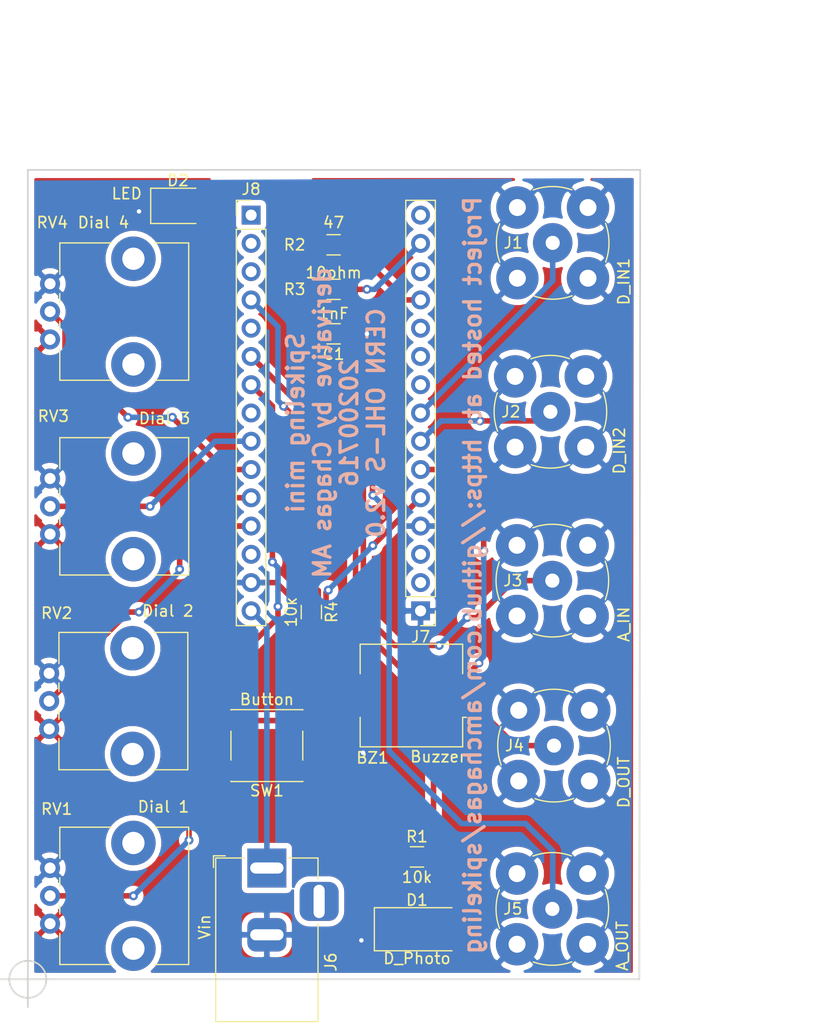
<source format=kicad_pcb>
(kicad_pcb (version 20171130) (host pcbnew 5.1.6-c6e7f7d~87~ubuntu20.04.1)
  (layers (0 F.Cu signal) (31 B.Cu signal) (34 B.Paste user) (35 F.Paste user) (36 B.SilkS user) (37 F.SilkS user) (38 B.Mask user) (39 F.Mask user) (44 Edge.Cuts user))
  (net 0 "")
  (net 1 GND)
  (net 2 "Net-(C1-Pad2)")
  (net 3 "Net-(D2-Pad2)")
  (net 4 +5V)
  (net 5 D_out)
  (net 6 photodiode)
  (net 7 D_in1)
  (net 8 D_in2)
  (net 9 A_in)
  (net 10 Vin)
  (net 11 "Net-(J7-Pad15)")
  (net 12 A_out)
  (net 13 "Net-(J7-Pad13)")
  (net 14 LED)
  (net 15 "Net-(J7-Pad11)")
  (net 16 "Net-(J7-Pad10)")
  (net 17 "Net-(J7-Pad9)")
  (net 18 push_button)
  (net 19 "Net-(J7-Pad3)")
  (net 20 "Net-(J7-Pad2)")
  (net 21 "Net-(J8-Pad13)")
  (net 22 RV2)
  (net 23 RV4)
  (net 24 RV3)
  (net 25 "Net-(J8-Pad8)")
  (net 26 RV1)
  (net 27 "Net-(J8-Pad5)")
  (net 28 "Net-(J8-Pad3)")
  (net 29 "Net-(J8-Pad2)")
  (net 30 "Net-(J8-Pad1)")
  (module LED_SMD:LED_1210_3225Metric_Pad1.42x2.65mm_HandSolder (layer F.Cu) (at 154.0125 52)
    (fp_text reference D2 (at 0 -2.28) (layer F.SilkS))
    (fp_text value LED (at -4.6125 -1.1) (layer F.SilkS))
    (fp_line (start 1.6 -1.585) (end -2.46 -1.585) (layer F.SilkS) (width 0.12))
    (fp_line (start -2.46 -1.585) (end -2.46 1.585) (layer F.SilkS) (width 0.12))
    (fp_line (start -2.46 1.585) (end 1.6 1.585) (layer F.SilkS) (width 0.12))
    (pad 1 smd roundrect (at -1.4875 0) (size 1.425 2.65) (layers F.Cu F.Paste F.Mask) (roundrect_rratio 0.175439) (net 1 GND))
    (pad 2 smd roundrect (at 1.4875 0) (size 1.425 2.65) (layers F.Cu F.Paste F.Mask) (roundrect_rratio 0.175439) (net 3 "Net-(D2-Pad2)"))
  )
  (module Connector_Coaxial:BNC_TEConnectivity_1478204_Vertical (layer F.Cu) (at 187.675 85.675)
    (fp_text reference J3 (at -3.556 0) (layer F.SilkS))
    (fp_text value A_IN (at 6.425 3.925 90) (layer F.SilkS))
    (fp_arc (start 0 0) (end -4.75 1.75) (angle 40) (layer F.SilkS) (width 0.12))
    (fp_arc (start 0 0) (end 1.75 4.75) (angle 40) (layer F.SilkS) (width 0.12))
    (fp_arc (start 0 0) (end 4.75 -1.75) (angle 40) (layer F.SilkS) (width 0.12))
    (fp_arc (start 0 0) (end -1.75 -4.75) (angle 40) (layer F.SilkS) (width 0.12))
    (pad 2 thru_hole circle (at -3.175 -3.175) (size 3.81 3.81) (drill 1.524) (layers *.Cu *.Mask) (net 1 GND))
    (pad 1 thru_hole circle (at 0 0) (size 3.556 3.556) (drill 1.27) (layers *.Cu *.Mask) (net 9 A_in))
    (pad 2 thru_hole circle (at 3.175 -3.175) (size 3.81 3.81) (drill 1.524) (layers *.Cu *.Mask) (net 1 GND))
    (pad 2 thru_hole circle (at -3.175 3.175) (size 3.81 3.81) (drill 1.524) (layers *.Cu *.Mask) (net 1 GND))
    (pad 2 thru_hole circle (at 3.175 3.175) (size 3.81 3.81) (drill 1.524) (layers *.Cu *.Mask) (net 1 GND))
  )
  (module Resistor_SMD:R_1206_3216Metric_Pad1.42x1.75mm_HandSolder (layer F.Cu) (at 175.5 110.5)
    (fp_text reference R1 (at 0 -1.82) (layer F.SilkS))
    (fp_text value 10k (at 0 1.82) (layer F.SilkS))
    (fp_line (start -0.602064 0.91) (end 0.602064 0.91) (layer F.SilkS) (width 0.12))
    (fp_line (start -0.602064 -0.91) (end 0.602064 -0.91) (layer F.SilkS) (width 0.12))
    (pad 2 smd roundrect (at 1.4875 0) (size 1.425 1.75) (layers F.Cu F.Paste F.Mask) (roundrect_rratio 0.175439) (net 6 photodiode))
    (pad 1 smd roundrect (at -1.4875 0) (size 1.425 1.75) (layers F.Cu F.Paste F.Mask) (roundrect_rratio 0.175439) (net 1 GND))
  )
  (module Capacitor_SMD:C_1206_3216Metric_Pad1.42x1.75mm_HandSolder (layer F.Cu) (at 168 63.5 180)
    (fp_text reference C1 (at 0 -1.82) (layer F.SilkS))
    (fp_text value 1nF (at 0 1.82) (layer F.SilkS))
    (fp_line (start -0.602064 0.91) (end 0.602064 0.91) (layer F.SilkS) (width 0.12))
    (fp_line (start -0.602064 -0.91) (end 0.602064 -0.91) (layer F.SilkS) (width 0.12))
    (pad 2 smd roundrect (at 1.4875 0 180) (size 1.425 1.75) (layers F.Cu F.Paste F.Mask) (roundrect_rratio 0.175439) (net 2 "Net-(C1-Pad2)"))
    (pad 1 smd roundrect (at -1.4875 0 180) (size 1.425 1.75) (layers F.Cu F.Paste F.Mask) (roundrect_rratio 0.175439) (net 1 GND))
  )
  (module Resistor_SMD:R_1206_3216Metric_Pad1.42x1.75mm_HandSolder (layer F.Cu) (at 166 88.5 270)
    (fp_text reference R4 (at 0 -1.82 90) (layer F.SilkS))
    (fp_text value 10k (at 0 1.82 90) (layer F.SilkS))
    (fp_line (start -0.602064 0.91) (end 0.602064 0.91) (layer F.SilkS) (width 0.12))
    (fp_line (start -0.602064 -0.91) (end 0.602064 -0.91) (layer F.SilkS) (width 0.12))
    (pad 2 smd roundrect (at 1.4875 0 270) (size 1.425 1.75) (layers F.Cu F.Paste F.Mask) (roundrect_rratio 0.175439) (net 18 push_button))
    (pad 1 smd roundrect (at -1.4875 0 270) (size 1.425 1.75) (layers F.Cu F.Paste F.Mask) (roundrect_rratio 0.175439) (net 1 GND))
  )
  (module Resistor_SMD:R_1206_3216Metric_Pad1.42x1.75mm_HandSolder (layer F.Cu) (at 168 59.5)
    (fp_text reference R3 (at -3.5 0) (layer F.SilkS))
    (fp_text value 10ohm (at 0 -1.5) (layer F.SilkS))
    (fp_line (start -0.602064 0.91) (end 0.602064 0.91) (layer F.SilkS) (width 0.12))
    (fp_line (start -0.602064 -0.91) (end 0.602064 -0.91) (layer F.SilkS) (width 0.12))
    (pad 2 smd roundrect (at 1.4875 0) (size 1.425 1.75) (layers F.Cu F.Paste F.Mask) (roundrect_rratio 0.175439) (net 12 A_out))
    (pad 1 smd roundrect (at -1.4875 0) (size 1.425 1.75) (layers F.Cu F.Paste F.Mask) (roundrect_rratio 0.175439) (net 2 "Net-(C1-Pad2)"))
  )
  (module Resistor_SMD:R_1206_3216Metric_Pad1.42x1.75mm_HandSolder (layer F.Cu) (at 168 55.5)
    (fp_text reference R2 (at -3.5 0) (layer F.SilkS))
    (fp_text value 47 (at 0 -2) (layer F.SilkS))
    (fp_line (start -0.602064 0.91) (end 0.602064 0.91) (layer F.SilkS) (width 0.12))
    (fp_line (start -0.602064 -0.91) (end 0.602064 -0.91) (layer F.SilkS) (width 0.12))
    (pad 2 smd roundrect (at 1.4875 0) (size 1.425 1.75) (layers F.Cu F.Paste F.Mask) (roundrect_rratio 0.175439) (net 14 LED))
    (pad 1 smd roundrect (at -1.4875 0) (size 1.425 1.75) (layers F.Cu F.Paste F.Mask) (roundrect_rratio 0.175439) (net 3 "Net-(D2-Pad2)"))
  )
  (module Connector_PinHeader_2.54mm:PinHeader_1x15_P2.54mm_Vertical (layer F.Cu) (at 160.584 52.832)
    (fp_text reference J8 (at 0 -2.33) (layer F.SilkS))
    (fp_text value Arduino16-30)
    (fp_line (start -1.33 -1.33) (end 0 -1.33) (layer F.SilkS) (width 0.12))
    (fp_line (start -1.33 0) (end -1.33 -1.33) (layer F.SilkS) (width 0.12))
    (fp_line (start -1.33 1.27) (end 1.33 1.27) (layer F.SilkS) (width 0.12))
    (fp_line (start 1.33 1.27) (end 1.33 36.89) (layer F.SilkS) (width 0.12))
    (fp_line (start -1.33 1.27) (end -1.33 36.89) (layer F.SilkS) (width 0.12))
    (fp_line (start -1.33 36.89) (end 1.33 36.89) (layer F.SilkS) (width 0.12))
    (pad 15 thru_hole oval (at 0 35.56) (size 1.7 1.7) (drill 1) (layers *.Cu *.Mask) (net 10 Vin))
    (pad 14 thru_hole oval (at 0 33.02) (size 1.7 1.7) (drill 1) (layers *.Cu *.Mask) (net 1 GND))
    (pad 13 thru_hole oval (at 0 30.48) (size 1.7 1.7) (drill 1) (layers *.Cu *.Mask) (net 21 "Net-(J8-Pad13)"))
    (pad 12 thru_hole oval (at 0 27.94) (size 1.7 1.7) (drill 1) (layers *.Cu *.Mask) (net 4 +5V))
    (pad 11 thru_hole oval (at 0 25.4) (size 1.7 1.7) (drill 1) (layers *.Cu *.Mask) (net 22 RV2))
    (pad 10 thru_hole oval (at 0 22.86) (size 1.7 1.7) (drill 1) (layers *.Cu *.Mask) (net 23 RV4))
    (pad 9 thru_hole oval (at 0 20.32) (size 1.7 1.7) (drill 1) (layers *.Cu *.Mask) (net 24 RV3))
    (pad 8 thru_hole oval (at 0 17.78) (size 1.7 1.7) (drill 1) (layers *.Cu *.Mask) (net 25 "Net-(J8-Pad8)"))
    (pad 7 thru_hole oval (at 0 15.24) (size 1.7 1.7) (drill 1) (layers *.Cu *.Mask) (net 26 RV1))
    (pad 6 thru_hole oval (at 0 12.7) (size 1.7 1.7) (drill 1) (layers *.Cu *.Mask) (net 9 A_in))
    (pad 5 thru_hole oval (at 0 10.16) (size 1.7 1.7) (drill 1) (layers *.Cu *.Mask) (net 27 "Net-(J8-Pad5)"))
    (pad 4 thru_hole oval (at 0 7.62) (size 1.7 1.7) (drill 1) (layers *.Cu *.Mask) (net 6 photodiode))
    (pad 3 thru_hole oval (at 0 5.08) (size 1.7 1.7) (drill 1) (layers *.Cu *.Mask) (net 28 "Net-(J8-Pad3)"))
    (pad 2 thru_hole oval (at 0 2.54) (size 1.7 1.7) (drill 1) (layers *.Cu *.Mask) (net 29 "Net-(J8-Pad2)"))
    (pad 1 thru_hole rect (at 0 0) (size 1.7 1.7) (drill 1) (layers *.Cu *.Mask) (net 30 "Net-(J8-Pad1)"))
  )
  (module Connector_PinHeader_2.54mm:PinHeader_1x15_P2.54mm_Vertical (layer F.Cu) (at 175.824 88.392 180)
    (fp_text reference J7 (at 0 -2.33) (layer F.SilkS))
    (fp_text value Arduino1-15)
    (fp_line (start -1.33 -1.33) (end 0 -1.33) (layer F.SilkS) (width 0.12))
    (fp_line (start -1.33 0) (end -1.33 -1.33) (layer F.SilkS) (width 0.12))
    (fp_line (start -1.33 1.27) (end 1.33 1.27) (layer F.SilkS) (width 0.12))
    (fp_line (start 1.33 1.27) (end 1.33 36.89) (layer F.SilkS) (width 0.12))
    (fp_line (start -1.33 1.27) (end -1.33 36.89) (layer F.SilkS) (width 0.12))
    (fp_line (start -1.33 36.89) (end 1.33 36.89) (layer F.SilkS) (width 0.12))
    (pad 15 thru_hole oval (at 0 35.56 180) (size 1.7 1.7) (drill 1) (layers *.Cu *.Mask) (net 11 "Net-(J7-Pad15)"))
    (pad 14 thru_hole oval (at 0 33.02 180) (size 1.7 1.7) (drill 1) (layers *.Cu *.Mask) (net 12 A_out))
    (pad 13 thru_hole oval (at 0 30.48 180) (size 1.7 1.7) (drill 1) (layers *.Cu *.Mask) (net 13 "Net-(J7-Pad13)"))
    (pad 12 thru_hole oval (at 0 27.94 180) (size 1.7 1.7) (drill 1) (layers *.Cu *.Mask) (net 14 LED))
    (pad 11 thru_hole oval (at 0 25.4 180) (size 1.7 1.7) (drill 1) (layers *.Cu *.Mask) (net 15 "Net-(J7-Pad11)"))
    (pad 10 thru_hole oval (at 0 22.86 180) (size 1.7 1.7) (drill 1) (layers *.Cu *.Mask) (net 16 "Net-(J7-Pad10)"))
    (pad 9 thru_hole oval (at 0 20.32 180) (size 1.7 1.7) (drill 1) (layers *.Cu *.Mask) (net 17 "Net-(J7-Pad9)"))
    (pad 8 thru_hole oval (at 0 17.78 180) (size 1.7 1.7) (drill 1) (layers *.Cu *.Mask) (net 7 D_in1))
    (pad 7 thru_hole oval (at 0 15.24 180) (size 1.7 1.7) (drill 1) (layers *.Cu *.Mask) (net 8 D_in2))
    (pad 6 thru_hole oval (at 0 12.7 180) (size 1.7 1.7) (drill 1) (layers *.Cu *.Mask) (net 5 D_out))
    (pad 5 thru_hole oval (at 0 10.16 180) (size 1.7 1.7) (drill 1) (layers *.Cu *.Mask) (net 18 push_button))
    (pad 4 thru_hole oval (at 0 7.62 180) (size 1.7 1.7) (drill 1) (layers *.Cu *.Mask) (net 1 GND))
    (pad 3 thru_hole oval (at 0 5.08 180) (size 1.7 1.7) (drill 1) (layers *.Cu *.Mask) (net 19 "Net-(J7-Pad3)"))
    (pad 2 thru_hole oval (at 0 2.54 180) (size 1.7 1.7) (drill 1) (layers *.Cu *.Mask) (net 20 "Net-(J7-Pad2)"))
    (pad 1 thru_hole rect (at 0 0 180) (size 1.7 1.7) (drill 1) (layers *.Cu *.Mask) (net 1 GND))
  )
  (module Potentiometer_THT:Potentiometer_Alps_RK09L_Single_Vertical (layer F.Cu) (at 142.422 99)
    (fp_text reference RV2 (at 0.678 -10.4 180) (layer F.SilkS))
    (fp_text value "Dial 2" (at 10.678 -10.6 180) (layer F.SilkS))
    (fp_line (start 12.47 -8.67) (end 12.47 3.67) (layer F.SilkS) (width 0.12))
    (fp_line (start 0.88 0.87) (end 0.88 3.67) (layer F.SilkS) (width 0.12))
    (fp_line (start 0.88 -1.629) (end 0.88 -0.87) (layer F.SilkS) (width 0.12))
    (fp_line (start 0.88 -4.129) (end 0.88 -3.37) (layer F.SilkS) (width 0.12))
    (fp_line (start 0.88 -8.67) (end 0.88 -5.871) (layer F.SilkS) (width 0.12))
    (fp_line (start 9.455 3.67) (end 12.47 3.67) (layer F.SilkS) (width 0.12))
    (fp_line (start 0.88 3.67) (end 5.546 3.67) (layer F.SilkS) (width 0.12))
    (fp_line (start 9.455 -8.67) (end 12.47 -8.67) (layer F.SilkS) (width 0.12))
    (fp_line (start 0.88 -8.67) (end 5.546 -8.67) (layer F.SilkS) (width 0.12))
    (pad "" np_thru_hole circle (at 7.5 2.25) (size 4 4) (drill 2) (layers *.Cu *.Mask))
    (pad "" np_thru_hole circle (at 7.5 -7.25) (size 4 4) (drill 2) (layers *.Cu *.Mask))
    (pad 1 thru_hole circle (at 0 0) (size 1.8 1.8) (drill 1) (layers *.Cu *.Mask) (net 4 +5V))
    (pad 2 thru_hole circle (at 0 -2.5) (size 1.8 1.8) (drill 1) (layers *.Cu *.Mask) (net 22 RV2))
    (pad 3 thru_hole circle (at 0 -5) (size 1.8 1.8) (drill 1) (layers *.Cu *.Mask) (net 1 GND))
  )
  (module Potentiometer_THT:Potentiometer_Alps_RK09L_Single_Vertical (layer F.Cu) (at 142.5 81.5)
    (fp_text reference RV3 (at 0.3 -10.6 180) (layer F.SilkS))
    (fp_text value "Dial 3" (at 10.3 -10.4 180) (layer F.SilkS))
    (fp_line (start 0.88 -8.67) (end 5.546 -8.67) (layer F.SilkS) (width 0.12))
    (fp_line (start 9.455 -8.67) (end 12.47 -8.67) (layer F.SilkS) (width 0.12))
    (fp_line (start 0.88 3.67) (end 5.546 3.67) (layer F.SilkS) (width 0.12))
    (fp_line (start 9.455 3.67) (end 12.47 3.67) (layer F.SilkS) (width 0.12))
    (fp_line (start 0.88 -8.67) (end 0.88 -5.871) (layer F.SilkS) (width 0.12))
    (fp_line (start 0.88 -4.129) (end 0.88 -3.37) (layer F.SilkS) (width 0.12))
    (fp_line (start 0.88 -1.629) (end 0.88 -0.87) (layer F.SilkS) (width 0.12))
    (fp_line (start 0.88 0.87) (end 0.88 3.67) (layer F.SilkS) (width 0.12))
    (fp_line (start 12.47 -8.67) (end 12.47 3.67) (layer F.SilkS) (width 0.12))
    (pad 3 thru_hole circle (at 0 -5) (size 1.8 1.8) (drill 1) (layers *.Cu *.Mask) (net 1 GND))
    (pad 2 thru_hole circle (at 0 -2.5) (size 1.8 1.8) (drill 1) (layers *.Cu *.Mask) (net 24 RV3))
    (pad 1 thru_hole circle (at 0 0) (size 1.8 1.8) (drill 1) (layers *.Cu *.Mask) (net 4 +5V))
    (pad "" np_thru_hole circle (at 7.5 -7.25) (size 4 4) (drill 2) (layers *.Cu *.Mask))
    (pad "" np_thru_hole circle (at 7.5 2.25) (size 4 4) (drill 2) (layers *.Cu *.Mask))
  )
  (module Potentiometer_THT:Potentiometer_Alps_RK09L_Single_Vertical (layer F.Cu) (at 142.5 64)
    (fp_text reference RV4 (at 0.2 -10.5 180) (layer F.SilkS))
    (fp_text value "Dial 4" (at 4.8 -10.5 180) (layer F.SilkS))
    (fp_line (start 12.47 -8.67) (end 12.47 3.67) (layer F.SilkS) (width 0.12))
    (fp_line (start 0.88 0.87) (end 0.88 3.67) (layer F.SilkS) (width 0.12))
    (fp_line (start 0.88 -1.629) (end 0.88 -0.87) (layer F.SilkS) (width 0.12))
    (fp_line (start 0.88 -4.129) (end 0.88 -3.37) (layer F.SilkS) (width 0.12))
    (fp_line (start 0.88 -8.67) (end 0.88 -5.871) (layer F.SilkS) (width 0.12))
    (fp_line (start 9.455 3.67) (end 12.47 3.67) (layer F.SilkS) (width 0.12))
    (fp_line (start 0.88 3.67) (end 5.546 3.67) (layer F.SilkS) (width 0.12))
    (fp_line (start 9.455 -8.67) (end 12.47 -8.67) (layer F.SilkS) (width 0.12))
    (fp_line (start 0.88 -8.67) (end 5.546 -8.67) (layer F.SilkS) (width 0.12))
    (pad "" np_thru_hole circle (at 7.5 2.25) (size 4 4) (drill 2) (layers *.Cu *.Mask))
    (pad "" np_thru_hole circle (at 7.5 -7.25) (size 4 4) (drill 2) (layers *.Cu *.Mask))
    (pad 1 thru_hole circle (at 0 0) (size 1.8 1.8) (drill 1) (layers *.Cu *.Mask) (net 4 +5V))
    (pad 2 thru_hole circle (at 0 -2.5) (size 1.8 1.8) (drill 1) (layers *.Cu *.Mask) (net 23 RV4))
    (pad 3 thru_hole circle (at 0 -5) (size 1.8 1.8) (drill 1) (layers *.Cu *.Mask) (net 1 GND))
  )
  (module Potentiometer_THT:Potentiometer_Alps_RK09L_Single_Vertical (layer F.Cu) (at 142.5 116.5)
    (fp_text reference RV1 (at 0.6 -10.3 180) (layer F.SilkS))
    (fp_text value "Dial 1" (at 10.2 -10.5 180) (layer F.SilkS))
    (fp_line (start 0.88 -8.67) (end 5.546 -8.67) (layer F.SilkS) (width 0.12))
    (fp_line (start 9.455 -8.67) (end 12.47 -8.67) (layer F.SilkS) (width 0.12))
    (fp_line (start 0.88 3.67) (end 5.546 3.67) (layer F.SilkS) (width 0.12))
    (fp_line (start 9.455 3.67) (end 12.47 3.67) (layer F.SilkS) (width 0.12))
    (fp_line (start 0.88 -8.67) (end 0.88 -5.871) (layer F.SilkS) (width 0.12))
    (fp_line (start 0.88 -4.129) (end 0.88 -3.37) (layer F.SilkS) (width 0.12))
    (fp_line (start 0.88 -1.629) (end 0.88 -0.87) (layer F.SilkS) (width 0.12))
    (fp_line (start 0.88 0.87) (end 0.88 3.67) (layer F.SilkS) (width 0.12))
    (fp_line (start 12.47 -8.67) (end 12.47 3.67) (layer F.SilkS) (width 0.12))
    (pad 3 thru_hole circle (at 0 -5) (size 1.8 1.8) (drill 1) (layers *.Cu *.Mask) (net 1 GND))
    (pad 2 thru_hole circle (at 0 -2.5) (size 1.8 1.8) (drill 1) (layers *.Cu *.Mask) (net 26 RV1))
    (pad 1 thru_hole circle (at 0 0) (size 1.8 1.8) (drill 1) (layers *.Cu *.Mask) (net 4 +5V))
    (pad "" np_thru_hole circle (at 7.5 -7.25) (size 4 4) (drill 2) (layers *.Cu *.Mask))
    (pad "" np_thru_hole circle (at 7.5 2.25) (size 4 4) (drill 2) (layers *.Cu *.Mask))
  )
  (module Connector_Coaxial:BNC_TEConnectivity_1478204_Vertical (layer F.Cu) (at 187.706 55.325)
    (fp_text reference J1 (at -3.556 0) (layer F.SilkS))
    (fp_text value D_IN1 (at 6.394 3.475 270) (layer F.SilkS))
    (fp_arc (start 0 0) (end -4.75 1.75) (angle 40) (layer F.SilkS) (width 0.12))
    (fp_arc (start 0 0) (end 1.75 4.75) (angle 40) (layer F.SilkS) (width 0.12))
    (fp_arc (start 0 0) (end 4.75 -1.75) (angle 40) (layer F.SilkS) (width 0.12))
    (fp_arc (start 0 0) (end -1.75 -4.75) (angle 40) (layer F.SilkS) (width 0.12))
    (pad 2 thru_hole circle (at -3.175 -3.175) (size 3.81 3.81) (drill 1.524) (layers *.Cu *.Mask) (net 1 GND))
    (pad 1 thru_hole circle (at 0 0) (size 3.556 3.556) (drill 1.27) (layers *.Cu *.Mask) (net 7 D_in1))
    (pad 2 thru_hole circle (at 3.175 -3.175) (size 3.81 3.81) (drill 1.524) (layers *.Cu *.Mask) (net 1 GND))
    (pad 2 thru_hole circle (at -3.175 3.175) (size 3.81 3.81) (drill 1.524) (layers *.Cu *.Mask) (net 1 GND))
    (pad 2 thru_hole circle (at 3.175 3.175) (size 3.81 3.81) (drill 1.524) (layers *.Cu *.Mask) (net 1 GND))
  )
  (module Connector_Coaxial:BNC_TEConnectivity_1478204_Vertical (layer F.Cu) (at 187.5 70.5)
    (fp_text reference J2 (at -3.556 0) (layer F.SilkS))
    (fp_text value D_IN2 (at 6.2 3.5 90) (layer F.SilkS))
    (fp_arc (start 0 0) (end -1.75 -4.75) (angle 40) (layer F.SilkS) (width 0.12))
    (fp_arc (start 0 0) (end 4.75 -1.75) (angle 40) (layer F.SilkS) (width 0.12))
    (fp_arc (start 0 0) (end 1.75 4.75) (angle 40) (layer F.SilkS) (width 0.12))
    (fp_arc (start 0 0) (end -4.75 1.75) (angle 40) (layer F.SilkS) (width 0.12))
    (pad 2 thru_hole circle (at 3.175 3.175) (size 3.81 3.81) (drill 1.524) (layers *.Cu *.Mask) (net 1 GND))
    (pad 2 thru_hole circle (at -3.175 3.175) (size 3.81 3.81) (drill 1.524) (layers *.Cu *.Mask) (net 1 GND))
    (pad 2 thru_hole circle (at 3.175 -3.175) (size 3.81 3.81) (drill 1.524) (layers *.Cu *.Mask) (net 1 GND))
    (pad 1 thru_hole circle (at 0 0) (size 3.556 3.556) (drill 1.27) (layers *.Cu *.Mask) (net 8 D_in2))
    (pad 2 thru_hole circle (at -3.175 -3.175) (size 3.81 3.81) (drill 1.524) (layers *.Cu *.Mask) (net 1 GND))
  )
  (module Connector_Coaxial:BNC_TEConnectivity_1478204_Vertical (layer F.Cu) (at 187.825 100.5)
    (fp_text reference J4 (at -3.556 0) (layer F.SilkS))
    (fp_text value D_OUT (at 6.275 3.3 90) (layer F.SilkS))
    (fp_arc (start 0 0) (end -4.75 1.75) (angle 40) (layer F.SilkS) (width 0.12))
    (fp_arc (start 0 0) (end 1.75 4.75) (angle 40) (layer F.SilkS) (width 0.12))
    (fp_arc (start 0 0) (end 4.75 -1.75) (angle 40) (layer F.SilkS) (width 0.12))
    (fp_arc (start 0 0) (end -1.75 -4.75) (angle 40) (layer F.SilkS) (width 0.12))
    (pad 2 thru_hole circle (at -3.175 -3.175) (size 3.81 3.81) (drill 1.524) (layers *.Cu *.Mask) (net 1 GND))
    (pad 1 thru_hole circle (at 0 0) (size 3.556 3.556) (drill 1.27) (layers *.Cu *.Mask) (net 5 D_out))
    (pad 2 thru_hole circle (at 3.175 -3.175) (size 3.81 3.81) (drill 1.524) (layers *.Cu *.Mask) (net 1 GND))
    (pad 2 thru_hole circle (at -3.175 3.175) (size 3.81 3.81) (drill 1.524) (layers *.Cu *.Mask) (net 1 GND))
    (pad 2 thru_hole circle (at 3.175 3.175) (size 3.81 3.81) (drill 1.524) (layers *.Cu *.Mask) (net 1 GND))
  )
  (module Connector_Coaxial:BNC_TEConnectivity_1478204_Vertical (layer F.Cu) (at 187.675 115.175)
    (fp_text reference J5 (at -3.556 0) (layer F.SilkS))
    (fp_text value A_OUT (at 6.294 3.325 270) (layer F.SilkS))
    (fp_arc (start 0 0) (end -1.75 -4.75) (angle 40) (layer F.SilkS) (width 0.12))
    (fp_arc (start 0 0) (end 4.75 -1.75) (angle 40) (layer F.SilkS) (width 0.12))
    (fp_arc (start 0 0) (end 1.75 4.75) (angle 40) (layer F.SilkS) (width 0.12))
    (fp_arc (start 0 0) (end -4.75 1.75) (angle 40) (layer F.SilkS) (width 0.12))
    (pad 2 thru_hole circle (at 3.175 3.175) (size 3.81 3.81) (drill 1.524) (layers *.Cu *.Mask) (net 1 GND))
    (pad 2 thru_hole circle (at -3.175 3.175) (size 3.81 3.81) (drill 1.524) (layers *.Cu *.Mask) (net 1 GND))
    (pad 2 thru_hole circle (at 3.175 -3.175) (size 3.81 3.81) (drill 1.524) (layers *.Cu *.Mask) (net 1 GND))
    (pad 1 thru_hole circle (at 0 0) (size 3.556 3.556) (drill 1.27) (layers *.Cu *.Mask) (net 2 "Net-(C1-Pad2)"))
    (pad 2 thru_hole circle (at -3.175 -3.175) (size 3.81 3.81) (drill 1.524) (layers *.Cu *.Mask) (net 1 GND))
  )
  (module Buzzer_Beeper:Buzzer_Murata_PKMCS0909E4000-R1 (layer F.Cu) (at 175 96 180)
    (fp_text reference BZ1 (at 3.5 -5.6) (layer F.SilkS))
    (fp_text value Buzzer (at -2.4 -5.5) (layer F.SilkS))
    (fp_line (start -4.61 -1.96) (end -4.94 -1.96) (layer F.SilkS) (width 0.12))
    (fp_line (start -4.61 4.61) (end -4.61 1.96) (layer F.SilkS) (width 0.12))
    (fp_line (start 4.61 4.61) (end -4.61 4.61) (layer F.SilkS) (width 0.12))
    (fp_line (start 4.61 1.96) (end 4.61 4.61) (layer F.SilkS) (width 0.12))
    (fp_line (start 4.61 -4.61) (end 4.61 -1.96) (layer F.SilkS) (width 0.12))
    (fp_line (start -4.61 -4.61) (end 4.61 -4.61) (layer F.SilkS) (width 0.12))
    (fp_line (start -4.61 -1.96) (end -4.61 -4.61) (layer F.SilkS) (width 0.12))
    (pad 1 smd rect (at -4.35 0 180) (size 1.3 3.4) (layers F.Cu F.Paste F.Mask) (net 5 D_out))
    (pad 2 smd rect (at 4.35 0 180) (size 1.3 3.4) (layers F.Cu F.Paste F.Mask) (net 1 GND))
  )
  (module Connector_BarrelJack:BarrelJack_Horizontal (layer F.Cu) (at 162 111.5 90)
    (fp_text reference J6 (at -8.45 5.75 90) (layer F.SilkS))
    (fp_text value Vin (at -5.3 -5.6 90) (layer F.SilkS))
    (fp_line (start 1.1 -3.75) (end 1.1 -4.8) (layer F.SilkS) (width 0.12))
    (fp_line (start 0.05 -4.8) (end 1.1 -4.8) (layer F.SilkS) (width 0.12))
    (fp_line (start -5 4.6) (end -13.8 4.6) (layer F.SilkS) (width 0.12))
    (fp_line (start -13.8 4.6) (end -13.8 -4.6) (layer F.SilkS) (width 0.12))
    (fp_line (start 0.9 1.9) (end 0.9 4.6) (layer F.SilkS) (width 0.12))
    (fp_line (start 0.9 4.6) (end -1 4.6) (layer F.SilkS) (width 0.12))
    (fp_line (start -13.8 -4.6) (end 0.9 -4.6) (layer F.SilkS) (width 0.12))
    (fp_line (start 0.9 -4.6) (end 0.9 -2) (layer F.SilkS) (width 0.12))
    (pad 1 thru_hole rect (at 0 0 90) (size 3.5 3.5) (drill oval 1 3) (layers *.Cu *.Mask) (net 10 Vin))
    (pad 2 thru_hole roundrect (at -6 0 90) (size 3 3.5) (drill oval 1 3) (layers *.Cu *.Mask) (net 1 GND))
    (pad 3 thru_hole roundrect (at -3 4.7 90) (size 3.5 3.5) (drill oval 3 1) (layers *.Cu *.Mask))
  )
  (module Button_Switch_SMD:SW_Push_1P1T_NO_6x6mm_H9.5mm (layer F.Cu) (at 162 100.5 180)
    (fp_text reference SW1 (at 0 -4.05) (layer F.SilkS))
    (fp_text value Button (at 0 4.15) (layer F.SilkS))
    (fp_line (start -3.23 3.23) (end 3.23 3.23) (layer F.SilkS) (width 0.12))
    (fp_line (start -3.23 -1.3) (end -3.23 1.3) (layer F.SilkS) (width 0.12))
    (fp_line (start -3.23 -3.23) (end 3.23 -3.23) (layer F.SilkS) (width 0.12))
    (fp_line (start 3.23 -1.3) (end 3.23 1.3) (layer F.SilkS) (width 0.12))
    (fp_line (start -3.23 -3.2) (end -3.23 -3.23) (layer F.SilkS) (width 0.12))
    (fp_line (start -3.23 3.23) (end -3.23 3.2) (layer F.SilkS) (width 0.12))
    (fp_line (start 3.23 3.23) (end 3.23 3.2) (layer F.SilkS) (width 0.12))
    (fp_line (start 3.23 -3.23) (end 3.23 -3.2) (layer F.SilkS) (width 0.12))
    (pad 2 smd rect (at -3.975 2.25 180) (size 1.55 1.3) (layers F.Cu F.Paste F.Mask) (net 18 push_button))
    (pad 1 smd rect (at -3.975 -2.25 180) (size 1.55 1.3) (layers F.Cu F.Paste F.Mask) (net 4 +5V))
    (pad 1 smd rect (at 3.975 -2.25 180) (size 1.55 1.3) (layers F.Cu F.Paste F.Mask) (net 4 +5V))
    (pad 2 smd rect (at 3.975 2.25 180) (size 1.55 1.3) (layers F.Cu F.Paste F.Mask) (net 18 push_button))
  )
  (module LED_SMD:LED_2512_6332Metric (layer F.Cu) (at 175.5 117)
    (fp_text reference D1 (at 0 -2.62) (layer F.SilkS))
    (fp_text value D_Photo (at 0 2.62) (layer F.SilkS))
    (fp_line (start 3.15 -1.935) (end -3.835 -1.935) (layer F.SilkS) (width 0.12))
    (fp_line (start -3.835 -1.935) (end -3.835 1.935) (layer F.SilkS) (width 0.12))
    (fp_line (start -3.835 1.935) (end 3.15 1.935) (layer F.SilkS) (width 0.12))
    (pad 1 smd roundrect (at -2.9 0) (size 1.35 3.35) (layers F.Cu F.Paste F.Mask) (roundrect_rratio 0.185185) (net 1 GND))
    (pad 2 smd roundrect (at 2.9 0) (size 1.35 3.35) (layers F.Cu F.Paste F.Mask) (roundrect_rratio 0.185185) (net 6 photodiode))
  )
  (gr_text "Project hosted at: https://github.com/amchagas/spikeling" (at 180.5 51 90) (layer B.SilkS) (effects (font (size 1.5 1.5) (thickness 0.3)) (justify left mirror)))
  (gr_text "Spikeling mini\nderivative by Chagas AM\n20200716\nCERN OHL-S v2.0" (at 168.2 71.5 90) (layer B.SilkS) (effects (font (size 1.5 1.5) (thickness 0.3)) (justify mirror)))
  (target plus (at 140.5 121.5) (size 5) (width 0.15) (layer Edge.Cuts))
  (gr_line (start 140.5 114) (end 140.5 121.5) (layer Edge.Cuts) (width 0.15))
  (gr_line (start 195.5 116.5) (end 195.5 121.5) (layer Edge.Cuts) (width 0.15))
  (gr_line (start 140.5 121.5) (end 195.5 121.5) (layer Edge.Cuts) (width 0.15))
  (gr_line (start 140.5 48.768) (end 140.5 114) (layer Edge.Cuts) (width 0.15))
  (gr_line (start 195.58 48.768) (end 140.5 48.768) (layer Edge.Cuts) (width 0.15))
  (gr_line (start 195.5 116.5) (end 195.58 48.768) (layer Edge.Cuts) (width 0.15))
  (segment (start 169.4875 63.5) (end 171 63.5) (width 0.5) (layer F.Cu) (net 1))
  (via (at 171 63.5) (size 0.8) (drill 0.4) (layers F.Cu B.Cu) (net 1))
  (segment (start 170.65 96) (end 170.65 101.1375) (width 0.5) (layer F.Cu) (net 1))
  (segment (start 174.0125 109.9875) (end 173.5 110.5) (width 0.5) (layer F.Cu) (net 1))
  (segment (start 174.0125 104.5) (end 174.0125 109.9875) (width 0.5) (layer F.Cu) (net 1))
  (segment (start 170.65 101.1375) (end 174.0125 104.5) (width 0.5) (layer F.Cu) (net 1))
  (via (at 170.65 101.1375) (size 0.8) (drill 0.4) (layers F.Cu B.Cu) (net 1))
  (segment (start 166 87.0125) (end 164.0125 87.0125) (width 0.5) (layer F.Cu) (net 1))
  (segment (start 162.852 85.852) (end 160.584 85.852) (width 0.5) (layer F.Cu) (net 1))
  (segment (start 164.0125 87.0125) (end 162.852 85.852) (width 0.5) (layer F.Cu) (net 1))
  (segment (start 174.0125 115.5875) (end 172.6 117) (width 0.5) (layer F.Cu) (net 1))
  (segment (start 174.0125 110.5) (end 174.0125 115.5875) (width 0.5) (layer F.Cu) (net 1))
  (segment (start 172.6 117) (end 171.6 118) (width 0.5) (layer F.Cu) (net 1))
  (via (at 170.5 118) (size 0.8) (drill 0.4) (layers F.Cu B.Cu) (net 1))
  (segment (start 171.6 118) (end 170.5 118) (width 0.5) (layer F.Cu) (net 1))
  (segment (start 152.525 52) (end 151 52) (width 0.5) (layer F.Cu) (net 1))
  (via (at 150.5 52.5) (size 0.8) (drill 0.4) (layers F.Cu B.Cu) (net 1))
  (segment (start 151 52) (end 150.5 52.5) (width 0.5) (layer F.Cu) (net 1))
  (segment (start 166.5125 59.5) (end 166.5125 63.5) (width 0.5) (layer F.Cu) (net 2))
  (segment (start 166.5125 63.5) (end 171.5 68.4875) (width 0.5) (layer F.Cu) (net 2))
  (via (at 171.527999 78) (size 0.8) (drill 0.4) (layers F.Cu B.Cu) (net 2))
  (segment (start 171.5 77.972001) (end 171.527999 78) (width 0.5) (layer F.Cu) (net 2))
  (segment (start 171.5 68.4875) (end 171.5 77.972001) (width 0.5) (layer F.Cu) (net 2))
  (segment (start 187.706 109.956) (end 187.706 111.706) (width 0.5) (layer B.Cu) (net 2))
  (segment (start 185.25 107.5) (end 187.706 109.956) (width 0.5) (layer B.Cu) (net 2))
  (segment (start 179.5 107.5) (end 185.25 107.5) (width 0.5) (layer B.Cu) (net 2))
  (segment (start 187.706 111.706) (end 187.706 115.675) (width 0.5) (layer B.Cu) (net 2))
  (segment (start 173 101) (end 179.5 107.5) (width 0.5) (layer B.Cu) (net 2))
  (segment (start 173 79.472001) (end 173 101) (width 0.5) (layer B.Cu) (net 2))
  (segment (start 171.527999 78) (end 173 79.472001) (width 0.5) (layer B.Cu) (net 2))
  (segment (start 157 50.5) (end 155.5 52) (width 0.5) (layer F.Cu) (net 3))
  (segment (start 166 50.5) (end 157 50.5) (width 0.5) (layer F.Cu) (net 3))
  (segment (start 166.5125 51.0125) (end 166 50.5) (width 0.5) (layer F.Cu) (net 3))
  (segment (start 166.5125 55.5) (end 166.5125 51.0125) (width 0.5) (layer F.Cu) (net 3))
  (segment (start 180.5 94.85) (end 179.35 96) (width 0.5) (layer F.Cu) (net 5))
  (segment (start 180.5 94) (end 180.5 94.85) (width 0.5) (layer F.Cu) (net 5))
  (segment (start 180.6 93.9) (end 180.5 94) (width 0.5) (layer F.Cu) (net 5))
  (segment (start 180.6 93.55) (end 180.6 93.9) (width 0.5) (layer F.Cu) (net 5))
  (via (at 181.5 83) (size 0.8) (drill 0.4) (layers F.Cu B.Cu) (net 5))
  (segment (start 181.5 86.5) (end 181.5 92.5) (width 0.5) (layer B.Cu) (net 5))
  (via (at 181.075 93.075) (size 0.8) (drill 0.4) (layers F.Cu B.Cu) (net 5))
  (segment (start 181.075 92.925) (end 181.075 93.075) (width 0.5) (layer B.Cu) (net 5))
  (segment (start 181.5 92.5) (end 181.075 92.925) (width 0.5) (layer B.Cu) (net 5))
  (segment (start 181.075 93.075) (end 180.6 93.55) (width 0.5) (layer F.Cu) (net 5))
  (segment (start 184.339598 100.5) (end 187.825 100.5) (width 0.5) (layer F.Cu) (net 5))
  (segment (start 180.5 96.660402) (end 184.339598 100.5) (width 0.5) (layer F.Cu) (net 5))
  (segment (start 180.5 94.85) (end 180.5 96.660402) (width 0.5) (layer F.Cu) (net 5))
  (segment (start 179.324 75.692) (end 175.824 75.692) (width 0.5) (layer F.Cu) (net 5))
  (segment (start 181.5 77.868) (end 179.324 75.692) (width 0.5) (layer F.Cu) (net 5))
  (segment (start 181.5 83) (end 181.5 77.868) (width 0.5) (layer F.Cu) (net 5))
  (segment (start 181.5 86.5) (end 181.5 83) (width 0.5) (layer B.Cu) (net 5))
  (segment (start 176.9875 109.9875) (end 177.5 110.5) (width 0.5) (layer F.Cu) (net 6))
  (segment (start 176.9875 104.5) (end 176.9875 109.9875) (width 0.5) (layer F.Cu) (net 6))
  (segment (start 176.9875 104.5) (end 176.9875 96.4875) (width 0.5) (layer F.Cu) (net 6))
  (segment (start 176.9875 96.4875) (end 172.5 92) (width 0.5) (layer F.Cu) (net 6))
  (segment (start 172.5 92) (end 170 89.5) (width 0.5) (layer F.Cu) (net 6))
  (segment (start 170 88.989963) (end 169.977989 88.967952) (width 0.5) (layer F.Cu) (net 6))
  (segment (start 170 89.5) (end 170 88.989963) (width 0.5) (layer F.Cu) (net 6))
  (via (at 163.5 70) (size 0.8) (drill 0.4) (layers F.Cu B.Cu) (net 6))
  (segment (start 169.977989 76.477989) (end 163.5 70) (width 0.5) (layer F.Cu) (net 6))
  (segment (start 169.977989 88.967952) (end 169.977989 76.477989) (width 0.5) (layer F.Cu) (net 6))
  (segment (start 163.5 70) (end 163 69.5) (width 0.5) (layer B.Cu) (net 6))
  (segment (start 163 62.868) (end 160.584 60.452) (width 0.5) (layer B.Cu) (net 6))
  (segment (start 163 69.5) (end 163 62.868) (width 0.5) (layer B.Cu) (net 6))
  (segment (start 178.4 111.9125) (end 176.9875 110.5) (width 0.5) (layer F.Cu) (net 6))
  (segment (start 178.4 117) (end 178.4 111.9125) (width 0.5) (layer F.Cu) (net 6))
  (segment (start 187.706 58.73) (end 187.706 55.325) (width 0.5) (layer B.Cu) (net 7))
  (segment (start 175.824 70.612) (end 187.706 58.73) (width 0.5) (layer B.Cu) (net 7))
  (segment (start 186.680001 71.319999) (end 187.5 70.5) (width 0.5) (layer F.Cu) (net 8))
  (segment (start 181.180001 71.319999) (end 186.680001 71.319999) (width 0.5) (layer F.Cu) (net 8))
  (via (at 181.180001 71.319999) (size 0.8) (drill 0.4) (layers F.Cu B.Cu) (net 8))
  (segment (start 177.656001 71.319999) (end 177.488 71.488) (width 0.5) (layer B.Cu) (net 8))
  (segment (start 181.180001 71.319999) (end 177.656001 71.319999) (width 0.5) (layer B.Cu) (net 8))
  (segment (start 177.656001 71.319999) (end 175.824 73.152) (width 0.5) (layer B.Cu) (net 8))
  (segment (start 170.677999 75.625999) (end 160.584 65.532) (width 0.5) (layer F.Cu) (net 9))
  (segment (start 173.5 91.5) (end 170.677999 88.677999) (width 0.5) (layer F.Cu) (net 9))
  (segment (start 177.5 91.5) (end 177.5 91.5) (width 0.5) (layer F.Cu) (net 9))
  (segment (start 180 89) (end 180 89) (width 0.5) (layer F.Cu) (net 9))
  (segment (start 170.677999 88.677999) (end 170.677999 75.625999) (width 0.5) (layer F.Cu) (net 9))
  (segment (start 180.864598 89) (end 184.189598 85.675) (width 0.5) (layer F.Cu) (net 9))
  (segment (start 184.189598 85.675) (end 187.675 85.675) (width 0.5) (layer F.Cu) (net 9))
  (segment (start 180 89) (end 180.864598 89) (width 0.5) (layer F.Cu) (net 9))
  (segment (start 177.5 91.5) (end 173.5 91.5) (width 0.5) (layer F.Cu) (net 9))
  (via (at 177.5 91.5) (size 0.8) (drill 0.4) (layers F.Cu B.Cu) (net 9))
  (via (at 180 89) (size 0.8) (drill 0.4) (layers F.Cu B.Cu) (net 9))
  (segment (start 180 89) (end 177.5 91.5) (width 0.5) (layer B.Cu) (net 9))
  (segment (start 162 89.808) (end 160.584 88.392) (width 0.5) (layer B.Cu) (net 10))
  (segment (start 162 106.5) (end 162 89.808) (width 0.5) (layer B.Cu) (net 10))
  (segment (start 162 106.5) (end 162 111.5) (width 0.5) (layer B.Cu) (net 10))
  (via (at 171 59.5) (size 0.8) (drill 0.4) (layers F.Cu B.Cu) (net 12))
  (segment (start 171.696 59.5) (end 171 59.5) (width 0.5) (layer B.Cu) (net 12))
  (segment (start 175.824 55.372) (end 171.696 59.5) (width 0.5) (layer B.Cu) (net 12))
  (segment (start 171 59.5) (end 169.4875 59.5) (width 0.5) (layer F.Cu) (net 12))
  (segment (start 174.4395 60.452) (end 169.4875 55.5) (width 0.5) (layer F.Cu) (net 14))
  (segment (start 175.824 60.452) (end 174.4395 60.452) (width 0.5) (layer F.Cu) (net 14))
  (segment (start 167.32501 88.66249) (end 166 89.9875) (width 0.5) (layer F.Cu) (net 18))
  (segment (start 167.32501 86.73099) (end 167.32501 88.66249) (width 0.5) (layer F.Cu) (net 18))
  (segment (start 175.824 78.232) (end 171.528 82.528) (width 0.5) (layer F.Cu) (net 18))
  (via (at 171.528 82.528) (size 0.8) (drill 0.4) (layers F.Cu B.Cu) (net 18))
  (segment (start 167.528 86.528) (end 167.32501 86.73099) (width 0.5) (layer F.Cu) (net 18))
  (via (at 167.528 86.528) (size 0.8) (drill 0.4) (layers F.Cu B.Cu) (net 18))
  (segment (start 171.528 82.528) (end 167.528 86.528) (width 0.5) (layer B.Cu) (net 18))
  (segment (start 166 98.225) (end 165.975 98.25) (width 0.5) (layer F.Cu) (net 18))
  (segment (start 166 89.9875) (end 166 98.225) (width 0.5) (layer F.Cu) (net 18))
  (segment (start 165.975 98.25) (end 158.025 98.25) (width 0.5) (layer F.Cu) (net 18))
  (segment (start 149.545998 88.5) (end 144.5 93.545998) (width 0.5) (layer F.Cu) (net 22))
  (segment (start 150.5 88.5) (end 149.545998 88.5) (width 0.5) (layer F.Cu) (net 22))
  (segment (start 144.5 94.422) (end 142.422 96.5) (width 0.5) (layer F.Cu) (net 22))
  (segment (start 144.5 93.545998) (end 144.5 94.422) (width 0.5) (layer F.Cu) (net 22))
  (via (at 154.158 84.658) (size 0.8) (drill 0.4) (layers F.Cu B.Cu) (net 22))
  (segment (start 150.5 88.5) (end 150.5 88.5) (width 0.5) (layer F.Cu) (net 22))
  (via (at 150.5 88.5) (size 0.8) (drill 0.4) (layers F.Cu B.Cu) (net 22))
  (segment (start 154.158 84.842) (end 154.158 84.658) (width 0.5) (layer B.Cu) (net 22))
  (segment (start 150.5 88.5) (end 154.158 84.842) (width 0.5) (layer B.Cu) (net 22))
  (segment (start 160.584 78.232) (end 157.268 78.232) (width 0.5) (layer F.Cu) (net 22))
  (segment (start 154.158 81.342) (end 154.158 84.658) (width 0.5) (layer F.Cu) (net 22))
  (segment (start 157.268 78.232) (end 154.158 81.342) (width 0.5) (layer F.Cu) (net 22))
  (segment (start 160.584 75.692) (end 158.192 75.692) (width 0.5) (layer F.Cu) (net 23))
  (segment (start 158.192 75.692) (end 153.5 71) (width 0.5) (layer F.Cu) (net 23))
  (segment (start 143.850001 62.850001) (end 142.5 61.5) (width 0.5) (layer F.Cu) (net 23))
  (segment (start 143.850001 65.350001) (end 143.850001 62.850001) (width 0.5) (layer F.Cu) (net 23))
  (segment (start 149.5 71) (end 149.5 71) (width 0.5) (layer F.Cu) (net 23))
  (segment (start 153.5 71) (end 153.5 71) (width 0.5) (layer F.Cu) (net 23))
  (via (at 153.5 71) (size 0.8) (drill 0.4) (layers F.Cu B.Cu) (net 23))
  (segment (start 149.5 71) (end 143.850001 65.350001) (width 0.5) (layer F.Cu) (net 23))
  (via (at 149.5 71) (size 0.8) (drill 0.4) (layers F.Cu B.Cu) (net 23))
  (segment (start 153.5 71) (end 149.5 71) (width 0.5) (layer B.Cu) (net 23))
  (segment (start 160.584 73.152) (end 157.348 73.152) (width 0.5) (layer B.Cu) (net 24))
  (via (at 151.5 79) (size 0.8) (drill 0.4) (layers F.Cu B.Cu) (net 24))
  (segment (start 157.348 73.152) (end 155.5 75) (width 0.5) (layer B.Cu) (net 24))
  (segment (start 151.5 79) (end 142.5 79) (width 0.5) (layer F.Cu) (net 24))
  (segment (start 155.5 75) (end 151.5 79) (width 0.5) (layer B.Cu) (net 24))
  (segment (start 160.584 68.072) (end 162.5 69.988) (width 0.5) (layer F.Cu) (net 26))
  (via (at 162.5 84) (size 0.8) (drill 0.4) (layers F.Cu B.Cu) (net 26))
  (segment (start 162.5 69.988) (end 162.5 84) (width 0.5) (layer F.Cu) (net 26))
  (segment (start 162.5 84) (end 163 84.5) (width 0.5) (layer B.Cu) (net 26))
  (via (at 163 88) (size 0.8) (drill 0.4) (layers F.Cu B.Cu) (net 26))
  (segment (start 163 84.5) (end 163 88) (width 0.5) (layer B.Cu) (net 26))
  (segment (start 155 109) (end 155 109) (width 0.5) (layer F.Cu) (net 26))
  (segment (start 155 96.785037) (end 155 109) (width 0.5) (layer F.Cu) (net 26))
  (segment (start 157.735047 94.04999) (end 155 96.785037) (width 0.5) (layer F.Cu) (net 26))
  (segment (start 150 114) (end 150 114) (width 0.5) (layer F.Cu) (net 26))
  (segment (start 157.95001 94.04999) (end 157.735047 94.04999) (width 0.5) (layer F.Cu) (net 26))
  (segment (start 163 89) (end 157.95001 94.04999) (width 0.5) (layer F.Cu) (net 26))
  (segment (start 163 88) (end 163 89) (width 0.5) (layer F.Cu) (net 26))
  (segment (start 150 114) (end 150 114) (width 0.5) (layer F.Cu) (net 26))
  (segment (start 155 109) (end 155 109) (width 0.5) (layer F.Cu) (net 26))
  (via (at 155 109) (size 0.8) (drill 0.4) (layers F.Cu B.Cu) (net 26))
  (segment (start 150 114) (end 142.5 114) (width 0.5) (layer F.Cu) (net 26))
  (via (at 150 114) (size 0.8) (drill 0.4) (layers F.Cu B.Cu) (net 26))
  (segment (start 155 109) (end 150 114) (width 0.5) (layer B.Cu) (net 26))
  (zone (net 1) (net_name GND) (layer B.Cu) (connect_pads (clearance 0.508)) (min_thickness 0.254) (fill yes (arc_segments 32) (thermal_gap 0.508) (thermal_bridge_width 0.508))
    (polygon (pts (xy 194.75 121.5) (xy 140.75 121.5) (xy 140.928 49.724) (xy 195 49.5)))
  )
  (zone (net 4) (net_name +5V) (layer F.Cu) (connect_pads (clearance 0.508)) (min_thickness 0.254) (fill yes (arc_segments 32) (thermal_gap 0.508) (thermal_bridge_width 0.508))
    (polygon (pts (xy 195 121.5) (xy 141 121.5) (xy 141 49.5) (xy 195 49.5)))
  )
)
</source>
